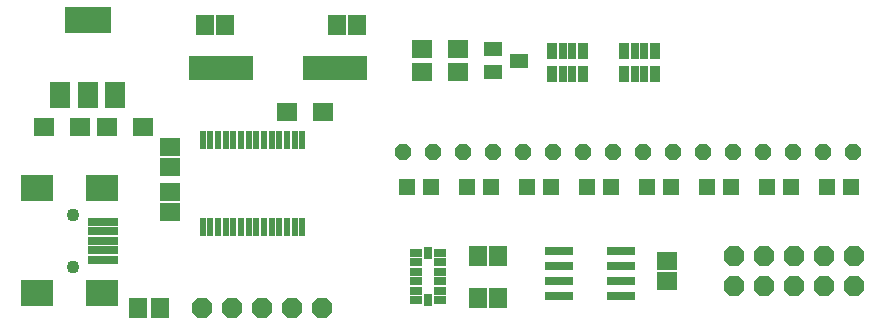
<source format=gbr>
G04 EAGLE Gerber RS-274X export*
G75*
%MOMM*%
%FSLAX34Y34*%
%LPD*%
%INSoldermask Top*%
%IPPOS*%
%AMOC8*
5,1,8,0,0,1.08239X$1,22.5*%
G01*
%ADD10R,1.503200X1.703200*%
%ADD11R,2.703200X2.203200*%
%ADD12R,2.503200X0.703200*%
%ADD13C,1.103200*%
%ADD14P,1.539592X8X202.500000*%
%ADD15R,1.703200X2.203200*%
%ADD16R,4.003200X2.203200*%
%ADD17R,1.803200X1.603200*%
%ADD18R,1.103200X0.803200*%
%ADD19R,0.803200X1.103200*%
%ADD20P,1.869504X8X112.500000*%
%ADD21R,0.551200X1.600200*%
%ADD22R,5.537200X2.133600*%
%ADD23R,1.703200X1.503200*%
%ADD24R,0.643200X1.353200*%
%ADD25R,0.833200X1.353200*%
%ADD26R,1.403200X1.403200*%
%ADD27P,1.869504X8X22.500000*%
%ADD28R,2.403200X0.803200*%
%ADD29R,1.603200X1.203200*%


D10*
X131420Y34290D03*
X112420Y34290D03*
D11*
X82150Y46940D03*
X82150Y135940D03*
X27150Y46940D03*
X27150Y135940D03*
D12*
X83150Y91440D03*
X83150Y83440D03*
X83150Y99440D03*
X83150Y107440D03*
X83150Y75440D03*
D13*
X57150Y113440D03*
X57150Y69440D03*
D14*
X717550Y166370D03*
X692150Y166370D03*
X666750Y166370D03*
X641350Y166370D03*
X615950Y166370D03*
X590550Y166370D03*
X565150Y166370D03*
X539750Y166370D03*
X514350Y166370D03*
X488950Y166370D03*
X463550Y166370D03*
X438150Y166370D03*
X412750Y166370D03*
X387350Y166370D03*
X361950Y166370D03*
X336550Y166370D03*
D15*
X46850Y214880D03*
X69850Y214880D03*
X92850Y214880D03*
D16*
X69850Y277880D03*
D17*
X86600Y187960D03*
X116600Y187960D03*
X63260Y187960D03*
X33260Y187960D03*
D18*
X368140Y40960D03*
X368140Y48960D03*
X368140Y56960D03*
X368140Y64960D03*
X368140Y72960D03*
X368140Y80960D03*
D19*
X358140Y80960D03*
D18*
X348140Y80960D03*
X348140Y72960D03*
X348140Y64960D03*
X348140Y56960D03*
X348140Y48960D03*
X348140Y40960D03*
D19*
X358140Y40960D03*
D20*
X166370Y34290D03*
X191770Y34290D03*
X217170Y34290D03*
X242570Y34290D03*
X267970Y34290D03*
D21*
X251800Y103140D03*
X245300Y103140D03*
X238800Y103140D03*
X232300Y103140D03*
X225800Y103140D03*
X219300Y103140D03*
X212800Y103140D03*
X199800Y103140D03*
X206300Y103140D03*
X193300Y103140D03*
X186800Y103140D03*
X180300Y103140D03*
X173800Y103140D03*
X167300Y103140D03*
X251800Y176260D03*
X245300Y176260D03*
X238800Y176260D03*
X232300Y176260D03*
X225800Y176260D03*
X219300Y176260D03*
X212800Y176260D03*
X206300Y176260D03*
X199800Y176260D03*
X193300Y176260D03*
X186800Y176260D03*
X180300Y176260D03*
X173800Y176260D03*
X167300Y176260D03*
D17*
X239000Y200660D03*
X269000Y200660D03*
D22*
X279400Y237490D03*
X182880Y237490D03*
D10*
X298060Y274320D03*
X281060Y274320D03*
X169300Y274320D03*
X186300Y274320D03*
D23*
X139700Y171060D03*
X139700Y154060D03*
X139700Y115960D03*
X139700Y132960D03*
D10*
X400440Y43180D03*
X417440Y43180D03*
X400440Y78740D03*
X417440Y78740D03*
D24*
X533210Y252320D03*
X541210Y252320D03*
X541210Y232820D03*
X533210Y232820D03*
D25*
X550160Y252320D03*
X550160Y232820D03*
X524260Y232820D03*
X524260Y252320D03*
D24*
X472250Y252320D03*
X480250Y252320D03*
X480250Y232820D03*
X472250Y232820D03*
D25*
X489200Y252320D03*
X489200Y232820D03*
X463300Y232820D03*
X463300Y252320D03*
D26*
X340020Y137160D03*
X361020Y137160D03*
X390820Y137160D03*
X411820Y137160D03*
X441620Y137160D03*
X462620Y137160D03*
X492420Y137160D03*
X513420Y137160D03*
X543220Y137160D03*
X564220Y137160D03*
X594020Y137160D03*
X615020Y137160D03*
X644820Y137160D03*
X665820Y137160D03*
X695620Y137160D03*
X716620Y137160D03*
D23*
X560070Y74540D03*
X560070Y57540D03*
D27*
X617220Y53340D03*
X617220Y78740D03*
X642620Y53340D03*
X642620Y78740D03*
X668020Y53340D03*
X668020Y78740D03*
X693420Y53340D03*
X693420Y78740D03*
X718820Y53340D03*
X718820Y78740D03*
D28*
X469300Y69850D03*
X521300Y69850D03*
X469300Y82550D03*
X469300Y57150D03*
X469300Y44450D03*
X521300Y82550D03*
X521300Y57150D03*
X521300Y44450D03*
D29*
X435180Y243840D03*
X413180Y234340D03*
X413180Y253340D03*
D23*
X353060Y253340D03*
X353060Y234340D03*
X383540Y253340D03*
X383540Y234340D03*
M02*

</source>
